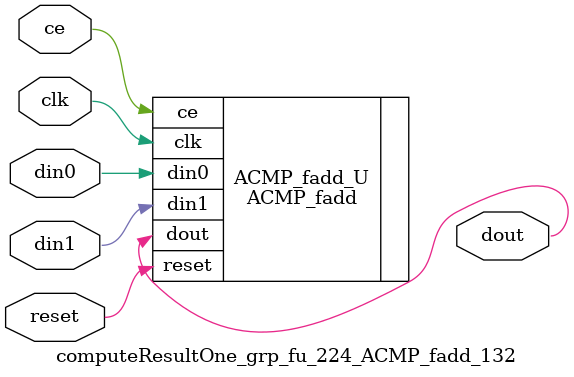
<source format=v>

`timescale 1 ns / 1 ps
module computeResultOne_grp_fu_224_ACMP_fadd_132(
    clk,
    reset,
    ce,
    din0,
    din1,
    dout);

parameter ID = 32'd1;
parameter NUM_STAGE = 32'd1;
parameter din0_WIDTH = 32'd1;
parameter din1_WIDTH = 32'd1;
parameter dout_WIDTH = 32'd1;
input clk;
input reset;
input ce;
input[din0_WIDTH - 1:0] din0;
input[din1_WIDTH - 1:0] din1;
output[dout_WIDTH - 1:0] dout;



ACMP_fadd #(
.ID( ID ),
.NUM_STAGE( 4 ),
.din0_WIDTH( din0_WIDTH ),
.din1_WIDTH( din1_WIDTH ),
.dout_WIDTH( dout_WIDTH ))
ACMP_fadd_U(
    .clk( clk ),
    .reset( reset ),
    .ce( ce ),
    .din0( din0 ),
    .din1( din1 ),
    .dout( dout ));

endmodule

</source>
